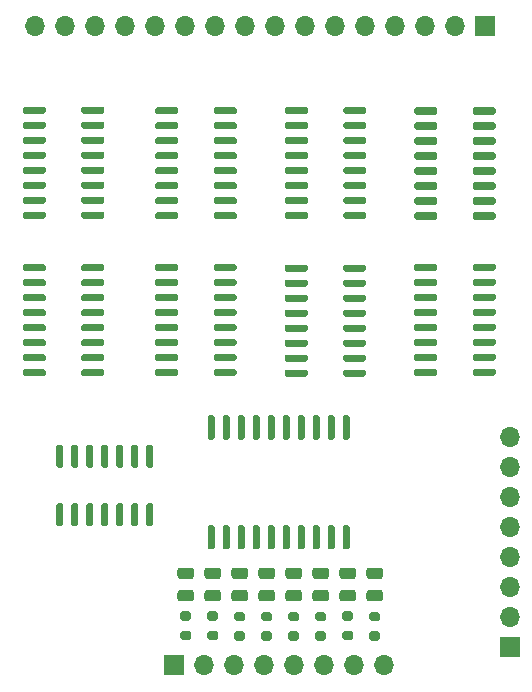
<source format=gbr>
%TF.GenerationSoftware,KiCad,Pcbnew,(5.1.10-1-10_14)*%
%TF.CreationDate,2021-09-23T00:24:02-04:00*%
%TF.ProjectId,BITWISE,42495457-4953-4452-9e6b-696361645f70,rev?*%
%TF.SameCoordinates,Original*%
%TF.FileFunction,Soldermask,Top*%
%TF.FilePolarity,Negative*%
%FSLAX46Y46*%
G04 Gerber Fmt 4.6, Leading zero omitted, Abs format (unit mm)*
G04 Created by KiCad (PCBNEW (5.1.10-1-10_14)) date 2021-09-23 00:24:02*
%MOMM*%
%LPD*%
G01*
G04 APERTURE LIST*
%ADD10O,1.700000X1.700000*%
%ADD11R,1.700000X1.700000*%
G04 APERTURE END LIST*
%TO.C,U18*%
G36*
G01*
X155171000Y-115639000D02*
X155471000Y-115639000D01*
G75*
G02*
X155621000Y-115789000I0J-150000D01*
G01*
X155621000Y-117539000D01*
G75*
G02*
X155471000Y-117689000I-150000J0D01*
G01*
X155171000Y-117689000D01*
G75*
G02*
X155021000Y-117539000I0J150000D01*
G01*
X155021000Y-115789000D01*
G75*
G02*
X155171000Y-115639000I150000J0D01*
G01*
G37*
G36*
G01*
X153901000Y-115639000D02*
X154201000Y-115639000D01*
G75*
G02*
X154351000Y-115789000I0J-150000D01*
G01*
X154351000Y-117539000D01*
G75*
G02*
X154201000Y-117689000I-150000J0D01*
G01*
X153901000Y-117689000D01*
G75*
G02*
X153751000Y-117539000I0J150000D01*
G01*
X153751000Y-115789000D01*
G75*
G02*
X153901000Y-115639000I150000J0D01*
G01*
G37*
G36*
G01*
X152631000Y-115639000D02*
X152931000Y-115639000D01*
G75*
G02*
X153081000Y-115789000I0J-150000D01*
G01*
X153081000Y-117539000D01*
G75*
G02*
X152931000Y-117689000I-150000J0D01*
G01*
X152631000Y-117689000D01*
G75*
G02*
X152481000Y-117539000I0J150000D01*
G01*
X152481000Y-115789000D01*
G75*
G02*
X152631000Y-115639000I150000J0D01*
G01*
G37*
G36*
G01*
X151361000Y-115639000D02*
X151661000Y-115639000D01*
G75*
G02*
X151811000Y-115789000I0J-150000D01*
G01*
X151811000Y-117539000D01*
G75*
G02*
X151661000Y-117689000I-150000J0D01*
G01*
X151361000Y-117689000D01*
G75*
G02*
X151211000Y-117539000I0J150000D01*
G01*
X151211000Y-115789000D01*
G75*
G02*
X151361000Y-115639000I150000J0D01*
G01*
G37*
G36*
G01*
X150091000Y-115639000D02*
X150391000Y-115639000D01*
G75*
G02*
X150541000Y-115789000I0J-150000D01*
G01*
X150541000Y-117539000D01*
G75*
G02*
X150391000Y-117689000I-150000J0D01*
G01*
X150091000Y-117689000D01*
G75*
G02*
X149941000Y-117539000I0J150000D01*
G01*
X149941000Y-115789000D01*
G75*
G02*
X150091000Y-115639000I150000J0D01*
G01*
G37*
G36*
G01*
X148821000Y-115639000D02*
X149121000Y-115639000D01*
G75*
G02*
X149271000Y-115789000I0J-150000D01*
G01*
X149271000Y-117539000D01*
G75*
G02*
X149121000Y-117689000I-150000J0D01*
G01*
X148821000Y-117689000D01*
G75*
G02*
X148671000Y-117539000I0J150000D01*
G01*
X148671000Y-115789000D01*
G75*
G02*
X148821000Y-115639000I150000J0D01*
G01*
G37*
G36*
G01*
X147551000Y-115639000D02*
X147851000Y-115639000D01*
G75*
G02*
X148001000Y-115789000I0J-150000D01*
G01*
X148001000Y-117539000D01*
G75*
G02*
X147851000Y-117689000I-150000J0D01*
G01*
X147551000Y-117689000D01*
G75*
G02*
X147401000Y-117539000I0J150000D01*
G01*
X147401000Y-115789000D01*
G75*
G02*
X147551000Y-115639000I150000J0D01*
G01*
G37*
G36*
G01*
X146281000Y-115639000D02*
X146581000Y-115639000D01*
G75*
G02*
X146731000Y-115789000I0J-150000D01*
G01*
X146731000Y-117539000D01*
G75*
G02*
X146581000Y-117689000I-150000J0D01*
G01*
X146281000Y-117689000D01*
G75*
G02*
X146131000Y-117539000I0J150000D01*
G01*
X146131000Y-115789000D01*
G75*
G02*
X146281000Y-115639000I150000J0D01*
G01*
G37*
G36*
G01*
X145011000Y-115639000D02*
X145311000Y-115639000D01*
G75*
G02*
X145461000Y-115789000I0J-150000D01*
G01*
X145461000Y-117539000D01*
G75*
G02*
X145311000Y-117689000I-150000J0D01*
G01*
X145011000Y-117689000D01*
G75*
G02*
X144861000Y-117539000I0J150000D01*
G01*
X144861000Y-115789000D01*
G75*
G02*
X145011000Y-115639000I150000J0D01*
G01*
G37*
G36*
G01*
X143741000Y-115639000D02*
X144041000Y-115639000D01*
G75*
G02*
X144191000Y-115789000I0J-150000D01*
G01*
X144191000Y-117539000D01*
G75*
G02*
X144041000Y-117689000I-150000J0D01*
G01*
X143741000Y-117689000D01*
G75*
G02*
X143591000Y-117539000I0J150000D01*
G01*
X143591000Y-115789000D01*
G75*
G02*
X143741000Y-115639000I150000J0D01*
G01*
G37*
G36*
G01*
X143741000Y-106339000D02*
X144041000Y-106339000D01*
G75*
G02*
X144191000Y-106489000I0J-150000D01*
G01*
X144191000Y-108239000D01*
G75*
G02*
X144041000Y-108389000I-150000J0D01*
G01*
X143741000Y-108389000D01*
G75*
G02*
X143591000Y-108239000I0J150000D01*
G01*
X143591000Y-106489000D01*
G75*
G02*
X143741000Y-106339000I150000J0D01*
G01*
G37*
G36*
G01*
X145011000Y-106339000D02*
X145311000Y-106339000D01*
G75*
G02*
X145461000Y-106489000I0J-150000D01*
G01*
X145461000Y-108239000D01*
G75*
G02*
X145311000Y-108389000I-150000J0D01*
G01*
X145011000Y-108389000D01*
G75*
G02*
X144861000Y-108239000I0J150000D01*
G01*
X144861000Y-106489000D01*
G75*
G02*
X145011000Y-106339000I150000J0D01*
G01*
G37*
G36*
G01*
X146281000Y-106339000D02*
X146581000Y-106339000D01*
G75*
G02*
X146731000Y-106489000I0J-150000D01*
G01*
X146731000Y-108239000D01*
G75*
G02*
X146581000Y-108389000I-150000J0D01*
G01*
X146281000Y-108389000D01*
G75*
G02*
X146131000Y-108239000I0J150000D01*
G01*
X146131000Y-106489000D01*
G75*
G02*
X146281000Y-106339000I150000J0D01*
G01*
G37*
G36*
G01*
X147551000Y-106339000D02*
X147851000Y-106339000D01*
G75*
G02*
X148001000Y-106489000I0J-150000D01*
G01*
X148001000Y-108239000D01*
G75*
G02*
X147851000Y-108389000I-150000J0D01*
G01*
X147551000Y-108389000D01*
G75*
G02*
X147401000Y-108239000I0J150000D01*
G01*
X147401000Y-106489000D01*
G75*
G02*
X147551000Y-106339000I150000J0D01*
G01*
G37*
G36*
G01*
X148821000Y-106339000D02*
X149121000Y-106339000D01*
G75*
G02*
X149271000Y-106489000I0J-150000D01*
G01*
X149271000Y-108239000D01*
G75*
G02*
X149121000Y-108389000I-150000J0D01*
G01*
X148821000Y-108389000D01*
G75*
G02*
X148671000Y-108239000I0J150000D01*
G01*
X148671000Y-106489000D01*
G75*
G02*
X148821000Y-106339000I150000J0D01*
G01*
G37*
G36*
G01*
X150091000Y-106339000D02*
X150391000Y-106339000D01*
G75*
G02*
X150541000Y-106489000I0J-150000D01*
G01*
X150541000Y-108239000D01*
G75*
G02*
X150391000Y-108389000I-150000J0D01*
G01*
X150091000Y-108389000D01*
G75*
G02*
X149941000Y-108239000I0J150000D01*
G01*
X149941000Y-106489000D01*
G75*
G02*
X150091000Y-106339000I150000J0D01*
G01*
G37*
G36*
G01*
X151361000Y-106339000D02*
X151661000Y-106339000D01*
G75*
G02*
X151811000Y-106489000I0J-150000D01*
G01*
X151811000Y-108239000D01*
G75*
G02*
X151661000Y-108389000I-150000J0D01*
G01*
X151361000Y-108389000D01*
G75*
G02*
X151211000Y-108239000I0J150000D01*
G01*
X151211000Y-106489000D01*
G75*
G02*
X151361000Y-106339000I150000J0D01*
G01*
G37*
G36*
G01*
X152631000Y-106339000D02*
X152931000Y-106339000D01*
G75*
G02*
X153081000Y-106489000I0J-150000D01*
G01*
X153081000Y-108239000D01*
G75*
G02*
X152931000Y-108389000I-150000J0D01*
G01*
X152631000Y-108389000D01*
G75*
G02*
X152481000Y-108239000I0J150000D01*
G01*
X152481000Y-106489000D01*
G75*
G02*
X152631000Y-106339000I150000J0D01*
G01*
G37*
G36*
G01*
X153901000Y-106339000D02*
X154201000Y-106339000D01*
G75*
G02*
X154351000Y-106489000I0J-150000D01*
G01*
X154351000Y-108239000D01*
G75*
G02*
X154201000Y-108389000I-150000J0D01*
G01*
X153901000Y-108389000D01*
G75*
G02*
X153751000Y-108239000I0J150000D01*
G01*
X153751000Y-106489000D01*
G75*
G02*
X153901000Y-106339000I150000J0D01*
G01*
G37*
G36*
G01*
X155171000Y-106339000D02*
X155471000Y-106339000D01*
G75*
G02*
X155621000Y-106489000I0J-150000D01*
G01*
X155621000Y-108239000D01*
G75*
G02*
X155471000Y-108389000I-150000J0D01*
G01*
X155171000Y-108389000D01*
G75*
G02*
X155021000Y-108239000I0J150000D01*
G01*
X155021000Y-106489000D01*
G75*
G02*
X155171000Y-106339000I150000J0D01*
G01*
G37*
%TD*%
%TO.C,U17*%
G36*
G01*
X131214000Y-110768000D02*
X130914000Y-110768000D01*
G75*
G02*
X130764000Y-110618000I0J150000D01*
G01*
X130764000Y-108968000D01*
G75*
G02*
X130914000Y-108818000I150000J0D01*
G01*
X131214000Y-108818000D01*
G75*
G02*
X131364000Y-108968000I0J-150000D01*
G01*
X131364000Y-110618000D01*
G75*
G02*
X131214000Y-110768000I-150000J0D01*
G01*
G37*
G36*
G01*
X132484000Y-110768000D02*
X132184000Y-110768000D01*
G75*
G02*
X132034000Y-110618000I0J150000D01*
G01*
X132034000Y-108968000D01*
G75*
G02*
X132184000Y-108818000I150000J0D01*
G01*
X132484000Y-108818000D01*
G75*
G02*
X132634000Y-108968000I0J-150000D01*
G01*
X132634000Y-110618000D01*
G75*
G02*
X132484000Y-110768000I-150000J0D01*
G01*
G37*
G36*
G01*
X133754000Y-110768000D02*
X133454000Y-110768000D01*
G75*
G02*
X133304000Y-110618000I0J150000D01*
G01*
X133304000Y-108968000D01*
G75*
G02*
X133454000Y-108818000I150000J0D01*
G01*
X133754000Y-108818000D01*
G75*
G02*
X133904000Y-108968000I0J-150000D01*
G01*
X133904000Y-110618000D01*
G75*
G02*
X133754000Y-110768000I-150000J0D01*
G01*
G37*
G36*
G01*
X135024000Y-110768000D02*
X134724000Y-110768000D01*
G75*
G02*
X134574000Y-110618000I0J150000D01*
G01*
X134574000Y-108968000D01*
G75*
G02*
X134724000Y-108818000I150000J0D01*
G01*
X135024000Y-108818000D01*
G75*
G02*
X135174000Y-108968000I0J-150000D01*
G01*
X135174000Y-110618000D01*
G75*
G02*
X135024000Y-110768000I-150000J0D01*
G01*
G37*
G36*
G01*
X136294000Y-110768000D02*
X135994000Y-110768000D01*
G75*
G02*
X135844000Y-110618000I0J150000D01*
G01*
X135844000Y-108968000D01*
G75*
G02*
X135994000Y-108818000I150000J0D01*
G01*
X136294000Y-108818000D01*
G75*
G02*
X136444000Y-108968000I0J-150000D01*
G01*
X136444000Y-110618000D01*
G75*
G02*
X136294000Y-110768000I-150000J0D01*
G01*
G37*
G36*
G01*
X137564000Y-110768000D02*
X137264000Y-110768000D01*
G75*
G02*
X137114000Y-110618000I0J150000D01*
G01*
X137114000Y-108968000D01*
G75*
G02*
X137264000Y-108818000I150000J0D01*
G01*
X137564000Y-108818000D01*
G75*
G02*
X137714000Y-108968000I0J-150000D01*
G01*
X137714000Y-110618000D01*
G75*
G02*
X137564000Y-110768000I-150000J0D01*
G01*
G37*
G36*
G01*
X138834000Y-110768000D02*
X138534000Y-110768000D01*
G75*
G02*
X138384000Y-110618000I0J150000D01*
G01*
X138384000Y-108968000D01*
G75*
G02*
X138534000Y-108818000I150000J0D01*
G01*
X138834000Y-108818000D01*
G75*
G02*
X138984000Y-108968000I0J-150000D01*
G01*
X138984000Y-110618000D01*
G75*
G02*
X138834000Y-110768000I-150000J0D01*
G01*
G37*
G36*
G01*
X138834000Y-115718000D02*
X138534000Y-115718000D01*
G75*
G02*
X138384000Y-115568000I0J150000D01*
G01*
X138384000Y-113918000D01*
G75*
G02*
X138534000Y-113768000I150000J0D01*
G01*
X138834000Y-113768000D01*
G75*
G02*
X138984000Y-113918000I0J-150000D01*
G01*
X138984000Y-115568000D01*
G75*
G02*
X138834000Y-115718000I-150000J0D01*
G01*
G37*
G36*
G01*
X137564000Y-115718000D02*
X137264000Y-115718000D01*
G75*
G02*
X137114000Y-115568000I0J150000D01*
G01*
X137114000Y-113918000D01*
G75*
G02*
X137264000Y-113768000I150000J0D01*
G01*
X137564000Y-113768000D01*
G75*
G02*
X137714000Y-113918000I0J-150000D01*
G01*
X137714000Y-115568000D01*
G75*
G02*
X137564000Y-115718000I-150000J0D01*
G01*
G37*
G36*
G01*
X136294000Y-115718000D02*
X135994000Y-115718000D01*
G75*
G02*
X135844000Y-115568000I0J150000D01*
G01*
X135844000Y-113918000D01*
G75*
G02*
X135994000Y-113768000I150000J0D01*
G01*
X136294000Y-113768000D01*
G75*
G02*
X136444000Y-113918000I0J-150000D01*
G01*
X136444000Y-115568000D01*
G75*
G02*
X136294000Y-115718000I-150000J0D01*
G01*
G37*
G36*
G01*
X135024000Y-115718000D02*
X134724000Y-115718000D01*
G75*
G02*
X134574000Y-115568000I0J150000D01*
G01*
X134574000Y-113918000D01*
G75*
G02*
X134724000Y-113768000I150000J0D01*
G01*
X135024000Y-113768000D01*
G75*
G02*
X135174000Y-113918000I0J-150000D01*
G01*
X135174000Y-115568000D01*
G75*
G02*
X135024000Y-115718000I-150000J0D01*
G01*
G37*
G36*
G01*
X133754000Y-115718000D02*
X133454000Y-115718000D01*
G75*
G02*
X133304000Y-115568000I0J150000D01*
G01*
X133304000Y-113918000D01*
G75*
G02*
X133454000Y-113768000I150000J0D01*
G01*
X133754000Y-113768000D01*
G75*
G02*
X133904000Y-113918000I0J-150000D01*
G01*
X133904000Y-115568000D01*
G75*
G02*
X133754000Y-115718000I-150000J0D01*
G01*
G37*
G36*
G01*
X132484000Y-115718000D02*
X132184000Y-115718000D01*
G75*
G02*
X132034000Y-115568000I0J150000D01*
G01*
X132034000Y-113918000D01*
G75*
G02*
X132184000Y-113768000I150000J0D01*
G01*
X132484000Y-113768000D01*
G75*
G02*
X132634000Y-113918000I0J-150000D01*
G01*
X132634000Y-115568000D01*
G75*
G02*
X132484000Y-115718000I-150000J0D01*
G01*
G37*
G36*
G01*
X131214000Y-115718000D02*
X130914000Y-115718000D01*
G75*
G02*
X130764000Y-115568000I0J150000D01*
G01*
X130764000Y-113918000D01*
G75*
G02*
X130914000Y-113768000I150000J0D01*
G01*
X131214000Y-113768000D01*
G75*
G02*
X131364000Y-113918000I0J-150000D01*
G01*
X131364000Y-115568000D01*
G75*
G02*
X131214000Y-115718000I-150000J0D01*
G01*
G37*
%TD*%
D10*
%TO.C,J4*%
X169164000Y-108204000D03*
X169164000Y-110744000D03*
X169164000Y-113284000D03*
X169164000Y-115824000D03*
X169164000Y-118364000D03*
X169164000Y-120904000D03*
X169164000Y-123444000D03*
D11*
X169164000Y-125984000D03*
%TD*%
%TO.C,U16*%
G36*
G01*
X141457000Y-124568000D02*
X142007000Y-124568000D01*
G75*
G02*
X142207000Y-124768000I0J-200000D01*
G01*
X142207000Y-125168000D01*
G75*
G02*
X142007000Y-125368000I-200000J0D01*
G01*
X141457000Y-125368000D01*
G75*
G02*
X141257000Y-125168000I0J200000D01*
G01*
X141257000Y-124768000D01*
G75*
G02*
X141457000Y-124568000I200000J0D01*
G01*
G37*
G36*
G01*
X141457000Y-122918000D02*
X142007000Y-122918000D01*
G75*
G02*
X142207000Y-123118000I0J-200000D01*
G01*
X142207000Y-123518000D01*
G75*
G02*
X142007000Y-123718000I-200000J0D01*
G01*
X141457000Y-123718000D01*
G75*
G02*
X141257000Y-123518000I0J200000D01*
G01*
X141257000Y-123118000D01*
G75*
G02*
X141457000Y-122918000I200000J0D01*
G01*
G37*
%TD*%
%TO.C,U15*%
G36*
G01*
X143743000Y-124568000D02*
X144293000Y-124568000D01*
G75*
G02*
X144493000Y-124768000I0J-200000D01*
G01*
X144493000Y-125168000D01*
G75*
G02*
X144293000Y-125368000I-200000J0D01*
G01*
X143743000Y-125368000D01*
G75*
G02*
X143543000Y-125168000I0J200000D01*
G01*
X143543000Y-124768000D01*
G75*
G02*
X143743000Y-124568000I200000J0D01*
G01*
G37*
G36*
G01*
X143743000Y-122918000D02*
X144293000Y-122918000D01*
G75*
G02*
X144493000Y-123118000I0J-200000D01*
G01*
X144493000Y-123518000D01*
G75*
G02*
X144293000Y-123718000I-200000J0D01*
G01*
X143743000Y-123718000D01*
G75*
G02*
X143543000Y-123518000I0J200000D01*
G01*
X143543000Y-123118000D01*
G75*
G02*
X143743000Y-122918000I200000J0D01*
G01*
G37*
%TD*%
%TO.C,U14*%
G36*
G01*
X146029000Y-124631000D02*
X146579000Y-124631000D01*
G75*
G02*
X146779000Y-124831000I0J-200000D01*
G01*
X146779000Y-125231000D01*
G75*
G02*
X146579000Y-125431000I-200000J0D01*
G01*
X146029000Y-125431000D01*
G75*
G02*
X145829000Y-125231000I0J200000D01*
G01*
X145829000Y-124831000D01*
G75*
G02*
X146029000Y-124631000I200000J0D01*
G01*
G37*
G36*
G01*
X146029000Y-122981000D02*
X146579000Y-122981000D01*
G75*
G02*
X146779000Y-123181000I0J-200000D01*
G01*
X146779000Y-123581000D01*
G75*
G02*
X146579000Y-123781000I-200000J0D01*
G01*
X146029000Y-123781000D01*
G75*
G02*
X145829000Y-123581000I0J200000D01*
G01*
X145829000Y-123181000D01*
G75*
G02*
X146029000Y-122981000I200000J0D01*
G01*
G37*
%TD*%
%TO.C,U13*%
G36*
G01*
X148315000Y-124631000D02*
X148865000Y-124631000D01*
G75*
G02*
X149065000Y-124831000I0J-200000D01*
G01*
X149065000Y-125231000D01*
G75*
G02*
X148865000Y-125431000I-200000J0D01*
G01*
X148315000Y-125431000D01*
G75*
G02*
X148115000Y-125231000I0J200000D01*
G01*
X148115000Y-124831000D01*
G75*
G02*
X148315000Y-124631000I200000J0D01*
G01*
G37*
G36*
G01*
X148315000Y-122981000D02*
X148865000Y-122981000D01*
G75*
G02*
X149065000Y-123181000I0J-200000D01*
G01*
X149065000Y-123581000D01*
G75*
G02*
X148865000Y-123781000I-200000J0D01*
G01*
X148315000Y-123781000D01*
G75*
G02*
X148115000Y-123581000I0J200000D01*
G01*
X148115000Y-123181000D01*
G75*
G02*
X148315000Y-122981000I200000J0D01*
G01*
G37*
%TD*%
%TO.C,U12*%
G36*
G01*
X150601000Y-124631000D02*
X151151000Y-124631000D01*
G75*
G02*
X151351000Y-124831000I0J-200000D01*
G01*
X151351000Y-125231000D01*
G75*
G02*
X151151000Y-125431000I-200000J0D01*
G01*
X150601000Y-125431000D01*
G75*
G02*
X150401000Y-125231000I0J200000D01*
G01*
X150401000Y-124831000D01*
G75*
G02*
X150601000Y-124631000I200000J0D01*
G01*
G37*
G36*
G01*
X150601000Y-122981000D02*
X151151000Y-122981000D01*
G75*
G02*
X151351000Y-123181000I0J-200000D01*
G01*
X151351000Y-123581000D01*
G75*
G02*
X151151000Y-123781000I-200000J0D01*
G01*
X150601000Y-123781000D01*
G75*
G02*
X150401000Y-123581000I0J200000D01*
G01*
X150401000Y-123181000D01*
G75*
G02*
X150601000Y-122981000I200000J0D01*
G01*
G37*
%TD*%
%TO.C,U11*%
G36*
G01*
X152887000Y-124631000D02*
X153437000Y-124631000D01*
G75*
G02*
X153637000Y-124831000I0J-200000D01*
G01*
X153637000Y-125231000D01*
G75*
G02*
X153437000Y-125431000I-200000J0D01*
G01*
X152887000Y-125431000D01*
G75*
G02*
X152687000Y-125231000I0J200000D01*
G01*
X152687000Y-124831000D01*
G75*
G02*
X152887000Y-124631000I200000J0D01*
G01*
G37*
G36*
G01*
X152887000Y-122981000D02*
X153437000Y-122981000D01*
G75*
G02*
X153637000Y-123181000I0J-200000D01*
G01*
X153637000Y-123581000D01*
G75*
G02*
X153437000Y-123781000I-200000J0D01*
G01*
X152887000Y-123781000D01*
G75*
G02*
X152687000Y-123581000I0J200000D01*
G01*
X152687000Y-123181000D01*
G75*
G02*
X152887000Y-122981000I200000J0D01*
G01*
G37*
%TD*%
%TO.C,U10*%
G36*
G01*
X155173000Y-124568000D02*
X155723000Y-124568000D01*
G75*
G02*
X155923000Y-124768000I0J-200000D01*
G01*
X155923000Y-125168000D01*
G75*
G02*
X155723000Y-125368000I-200000J0D01*
G01*
X155173000Y-125368000D01*
G75*
G02*
X154973000Y-125168000I0J200000D01*
G01*
X154973000Y-124768000D01*
G75*
G02*
X155173000Y-124568000I200000J0D01*
G01*
G37*
G36*
G01*
X155173000Y-122918000D02*
X155723000Y-122918000D01*
G75*
G02*
X155923000Y-123118000I0J-200000D01*
G01*
X155923000Y-123518000D01*
G75*
G02*
X155723000Y-123718000I-200000J0D01*
G01*
X155173000Y-123718000D01*
G75*
G02*
X154973000Y-123518000I0J200000D01*
G01*
X154973000Y-123118000D01*
G75*
G02*
X155173000Y-122918000I200000J0D01*
G01*
G37*
%TD*%
%TO.C,U9*%
G36*
G01*
X157459000Y-124631000D02*
X158009000Y-124631000D01*
G75*
G02*
X158209000Y-124831000I0J-200000D01*
G01*
X158209000Y-125231000D01*
G75*
G02*
X158009000Y-125431000I-200000J0D01*
G01*
X157459000Y-125431000D01*
G75*
G02*
X157259000Y-125231000I0J200000D01*
G01*
X157259000Y-124831000D01*
G75*
G02*
X157459000Y-124631000I200000J0D01*
G01*
G37*
G36*
G01*
X157459000Y-122981000D02*
X158009000Y-122981000D01*
G75*
G02*
X158209000Y-123181000I0J-200000D01*
G01*
X158209000Y-123581000D01*
G75*
G02*
X158009000Y-123781000I-200000J0D01*
G01*
X157459000Y-123781000D01*
G75*
G02*
X157259000Y-123581000I0J200000D01*
G01*
X157259000Y-123181000D01*
G75*
G02*
X157459000Y-122981000I200000J0D01*
G01*
G37*
%TD*%
%TO.C,D8*%
G36*
G01*
X142188250Y-120200000D02*
X141275750Y-120200000D01*
G75*
G02*
X141032000Y-119956250I0J243750D01*
G01*
X141032000Y-119468750D01*
G75*
G02*
X141275750Y-119225000I243750J0D01*
G01*
X142188250Y-119225000D01*
G75*
G02*
X142432000Y-119468750I0J-243750D01*
G01*
X142432000Y-119956250D01*
G75*
G02*
X142188250Y-120200000I-243750J0D01*
G01*
G37*
G36*
G01*
X142188250Y-122075000D02*
X141275750Y-122075000D01*
G75*
G02*
X141032000Y-121831250I0J243750D01*
G01*
X141032000Y-121343750D01*
G75*
G02*
X141275750Y-121100000I243750J0D01*
G01*
X142188250Y-121100000D01*
G75*
G02*
X142432000Y-121343750I0J-243750D01*
G01*
X142432000Y-121831250D01*
G75*
G02*
X142188250Y-122075000I-243750J0D01*
G01*
G37*
%TD*%
%TO.C,D7*%
G36*
G01*
X144474250Y-120200000D02*
X143561750Y-120200000D01*
G75*
G02*
X143318000Y-119956250I0J243750D01*
G01*
X143318000Y-119468750D01*
G75*
G02*
X143561750Y-119225000I243750J0D01*
G01*
X144474250Y-119225000D01*
G75*
G02*
X144718000Y-119468750I0J-243750D01*
G01*
X144718000Y-119956250D01*
G75*
G02*
X144474250Y-120200000I-243750J0D01*
G01*
G37*
G36*
G01*
X144474250Y-122075000D02*
X143561750Y-122075000D01*
G75*
G02*
X143318000Y-121831250I0J243750D01*
G01*
X143318000Y-121343750D01*
G75*
G02*
X143561750Y-121100000I243750J0D01*
G01*
X144474250Y-121100000D01*
G75*
G02*
X144718000Y-121343750I0J-243750D01*
G01*
X144718000Y-121831250D01*
G75*
G02*
X144474250Y-122075000I-243750J0D01*
G01*
G37*
%TD*%
%TO.C,D6*%
G36*
G01*
X146760250Y-120200000D02*
X145847750Y-120200000D01*
G75*
G02*
X145604000Y-119956250I0J243750D01*
G01*
X145604000Y-119468750D01*
G75*
G02*
X145847750Y-119225000I243750J0D01*
G01*
X146760250Y-119225000D01*
G75*
G02*
X147004000Y-119468750I0J-243750D01*
G01*
X147004000Y-119956250D01*
G75*
G02*
X146760250Y-120200000I-243750J0D01*
G01*
G37*
G36*
G01*
X146760250Y-122075000D02*
X145847750Y-122075000D01*
G75*
G02*
X145604000Y-121831250I0J243750D01*
G01*
X145604000Y-121343750D01*
G75*
G02*
X145847750Y-121100000I243750J0D01*
G01*
X146760250Y-121100000D01*
G75*
G02*
X147004000Y-121343750I0J-243750D01*
G01*
X147004000Y-121831250D01*
G75*
G02*
X146760250Y-122075000I-243750J0D01*
G01*
G37*
%TD*%
%TO.C,D5*%
G36*
G01*
X149046250Y-120200000D02*
X148133750Y-120200000D01*
G75*
G02*
X147890000Y-119956250I0J243750D01*
G01*
X147890000Y-119468750D01*
G75*
G02*
X148133750Y-119225000I243750J0D01*
G01*
X149046250Y-119225000D01*
G75*
G02*
X149290000Y-119468750I0J-243750D01*
G01*
X149290000Y-119956250D01*
G75*
G02*
X149046250Y-120200000I-243750J0D01*
G01*
G37*
G36*
G01*
X149046250Y-122075000D02*
X148133750Y-122075000D01*
G75*
G02*
X147890000Y-121831250I0J243750D01*
G01*
X147890000Y-121343750D01*
G75*
G02*
X148133750Y-121100000I243750J0D01*
G01*
X149046250Y-121100000D01*
G75*
G02*
X149290000Y-121343750I0J-243750D01*
G01*
X149290000Y-121831250D01*
G75*
G02*
X149046250Y-122075000I-243750J0D01*
G01*
G37*
%TD*%
%TO.C,D4*%
G36*
G01*
X151332250Y-120200000D02*
X150419750Y-120200000D01*
G75*
G02*
X150176000Y-119956250I0J243750D01*
G01*
X150176000Y-119468750D01*
G75*
G02*
X150419750Y-119225000I243750J0D01*
G01*
X151332250Y-119225000D01*
G75*
G02*
X151576000Y-119468750I0J-243750D01*
G01*
X151576000Y-119956250D01*
G75*
G02*
X151332250Y-120200000I-243750J0D01*
G01*
G37*
G36*
G01*
X151332250Y-122075000D02*
X150419750Y-122075000D01*
G75*
G02*
X150176000Y-121831250I0J243750D01*
G01*
X150176000Y-121343750D01*
G75*
G02*
X150419750Y-121100000I243750J0D01*
G01*
X151332250Y-121100000D01*
G75*
G02*
X151576000Y-121343750I0J-243750D01*
G01*
X151576000Y-121831250D01*
G75*
G02*
X151332250Y-122075000I-243750J0D01*
G01*
G37*
%TD*%
%TO.C,D3*%
G36*
G01*
X153618250Y-120200000D02*
X152705750Y-120200000D01*
G75*
G02*
X152462000Y-119956250I0J243750D01*
G01*
X152462000Y-119468750D01*
G75*
G02*
X152705750Y-119225000I243750J0D01*
G01*
X153618250Y-119225000D01*
G75*
G02*
X153862000Y-119468750I0J-243750D01*
G01*
X153862000Y-119956250D01*
G75*
G02*
X153618250Y-120200000I-243750J0D01*
G01*
G37*
G36*
G01*
X153618250Y-122075000D02*
X152705750Y-122075000D01*
G75*
G02*
X152462000Y-121831250I0J243750D01*
G01*
X152462000Y-121343750D01*
G75*
G02*
X152705750Y-121100000I243750J0D01*
G01*
X153618250Y-121100000D01*
G75*
G02*
X153862000Y-121343750I0J-243750D01*
G01*
X153862000Y-121831250D01*
G75*
G02*
X153618250Y-122075000I-243750J0D01*
G01*
G37*
%TD*%
%TO.C,D2*%
G36*
G01*
X155904250Y-120200000D02*
X154991750Y-120200000D01*
G75*
G02*
X154748000Y-119956250I0J243750D01*
G01*
X154748000Y-119468750D01*
G75*
G02*
X154991750Y-119225000I243750J0D01*
G01*
X155904250Y-119225000D01*
G75*
G02*
X156148000Y-119468750I0J-243750D01*
G01*
X156148000Y-119956250D01*
G75*
G02*
X155904250Y-120200000I-243750J0D01*
G01*
G37*
G36*
G01*
X155904250Y-122075000D02*
X154991750Y-122075000D01*
G75*
G02*
X154748000Y-121831250I0J243750D01*
G01*
X154748000Y-121343750D01*
G75*
G02*
X154991750Y-121100000I243750J0D01*
G01*
X155904250Y-121100000D01*
G75*
G02*
X156148000Y-121343750I0J-243750D01*
G01*
X156148000Y-121831250D01*
G75*
G02*
X155904250Y-122075000I-243750J0D01*
G01*
G37*
%TD*%
%TO.C,D1*%
G36*
G01*
X158190250Y-120200000D02*
X157277750Y-120200000D01*
G75*
G02*
X157034000Y-119956250I0J243750D01*
G01*
X157034000Y-119468750D01*
G75*
G02*
X157277750Y-119225000I243750J0D01*
G01*
X158190250Y-119225000D01*
G75*
G02*
X158434000Y-119468750I0J-243750D01*
G01*
X158434000Y-119956250D01*
G75*
G02*
X158190250Y-120200000I-243750J0D01*
G01*
G37*
G36*
G01*
X158190250Y-122075000D02*
X157277750Y-122075000D01*
G75*
G02*
X157034000Y-121831250I0J243750D01*
G01*
X157034000Y-121343750D01*
G75*
G02*
X157277750Y-121100000I243750J0D01*
G01*
X158190250Y-121100000D01*
G75*
G02*
X158434000Y-121343750I0J-243750D01*
G01*
X158434000Y-121831250D01*
G75*
G02*
X158190250Y-122075000I-243750J0D01*
G01*
G37*
%TD*%
D10*
%TO.C,J1*%
X128958000Y-73376000D03*
X131498000Y-73376000D03*
X134038000Y-73376000D03*
X136578000Y-73376000D03*
X139118000Y-73376000D03*
X141658000Y-73376000D03*
X144198000Y-73376000D03*
X146738000Y-73376000D03*
X149278000Y-73376000D03*
X151818000Y-73376000D03*
X154358000Y-73376000D03*
X156898000Y-73376000D03*
X159438000Y-73376000D03*
X161978000Y-73376000D03*
X164518000Y-73376000D03*
D11*
X167058000Y-73376000D03*
%TD*%
D10*
%TO.C,J3*%
X158496000Y-127508000D03*
X155956000Y-127508000D03*
X153416000Y-127508000D03*
X150876000Y-127508000D03*
X148336000Y-127508000D03*
X145796000Y-127508000D03*
X143256000Y-127508000D03*
D11*
X140716000Y-127508000D03*
%TD*%
%TO.C,U8*%
G36*
G01*
X166014000Y-93944428D02*
X166014000Y-93644428D01*
G75*
G02*
X166164000Y-93494428I150000J0D01*
G01*
X167814000Y-93494428D01*
G75*
G02*
X167964000Y-93644428I0J-150000D01*
G01*
X167964000Y-93944428D01*
G75*
G02*
X167814000Y-94094428I-150000J0D01*
G01*
X166164000Y-94094428D01*
G75*
G02*
X166014000Y-93944428I0J150000D01*
G01*
G37*
G36*
G01*
X166014000Y-95214428D02*
X166014000Y-94914428D01*
G75*
G02*
X166164000Y-94764428I150000J0D01*
G01*
X167814000Y-94764428D01*
G75*
G02*
X167964000Y-94914428I0J-150000D01*
G01*
X167964000Y-95214428D01*
G75*
G02*
X167814000Y-95364428I-150000J0D01*
G01*
X166164000Y-95364428D01*
G75*
G02*
X166014000Y-95214428I0J150000D01*
G01*
G37*
G36*
G01*
X166014000Y-96484428D02*
X166014000Y-96184428D01*
G75*
G02*
X166164000Y-96034428I150000J0D01*
G01*
X167814000Y-96034428D01*
G75*
G02*
X167964000Y-96184428I0J-150000D01*
G01*
X167964000Y-96484428D01*
G75*
G02*
X167814000Y-96634428I-150000J0D01*
G01*
X166164000Y-96634428D01*
G75*
G02*
X166014000Y-96484428I0J150000D01*
G01*
G37*
G36*
G01*
X166014000Y-97754428D02*
X166014000Y-97454428D01*
G75*
G02*
X166164000Y-97304428I150000J0D01*
G01*
X167814000Y-97304428D01*
G75*
G02*
X167964000Y-97454428I0J-150000D01*
G01*
X167964000Y-97754428D01*
G75*
G02*
X167814000Y-97904428I-150000J0D01*
G01*
X166164000Y-97904428D01*
G75*
G02*
X166014000Y-97754428I0J150000D01*
G01*
G37*
G36*
G01*
X166014000Y-99024428D02*
X166014000Y-98724428D01*
G75*
G02*
X166164000Y-98574428I150000J0D01*
G01*
X167814000Y-98574428D01*
G75*
G02*
X167964000Y-98724428I0J-150000D01*
G01*
X167964000Y-99024428D01*
G75*
G02*
X167814000Y-99174428I-150000J0D01*
G01*
X166164000Y-99174428D01*
G75*
G02*
X166014000Y-99024428I0J150000D01*
G01*
G37*
G36*
G01*
X166014000Y-100294428D02*
X166014000Y-99994428D01*
G75*
G02*
X166164000Y-99844428I150000J0D01*
G01*
X167814000Y-99844428D01*
G75*
G02*
X167964000Y-99994428I0J-150000D01*
G01*
X167964000Y-100294428D01*
G75*
G02*
X167814000Y-100444428I-150000J0D01*
G01*
X166164000Y-100444428D01*
G75*
G02*
X166014000Y-100294428I0J150000D01*
G01*
G37*
G36*
G01*
X166014000Y-101564428D02*
X166014000Y-101264428D01*
G75*
G02*
X166164000Y-101114428I150000J0D01*
G01*
X167814000Y-101114428D01*
G75*
G02*
X167964000Y-101264428I0J-150000D01*
G01*
X167964000Y-101564428D01*
G75*
G02*
X167814000Y-101714428I-150000J0D01*
G01*
X166164000Y-101714428D01*
G75*
G02*
X166014000Y-101564428I0J150000D01*
G01*
G37*
G36*
G01*
X166014000Y-102834428D02*
X166014000Y-102534428D01*
G75*
G02*
X166164000Y-102384428I150000J0D01*
G01*
X167814000Y-102384428D01*
G75*
G02*
X167964000Y-102534428I0J-150000D01*
G01*
X167964000Y-102834428D01*
G75*
G02*
X167814000Y-102984428I-150000J0D01*
G01*
X166164000Y-102984428D01*
G75*
G02*
X166014000Y-102834428I0J150000D01*
G01*
G37*
G36*
G01*
X161064000Y-102834428D02*
X161064000Y-102534428D01*
G75*
G02*
X161214000Y-102384428I150000J0D01*
G01*
X162864000Y-102384428D01*
G75*
G02*
X163014000Y-102534428I0J-150000D01*
G01*
X163014000Y-102834428D01*
G75*
G02*
X162864000Y-102984428I-150000J0D01*
G01*
X161214000Y-102984428D01*
G75*
G02*
X161064000Y-102834428I0J150000D01*
G01*
G37*
G36*
G01*
X161064000Y-101564428D02*
X161064000Y-101264428D01*
G75*
G02*
X161214000Y-101114428I150000J0D01*
G01*
X162864000Y-101114428D01*
G75*
G02*
X163014000Y-101264428I0J-150000D01*
G01*
X163014000Y-101564428D01*
G75*
G02*
X162864000Y-101714428I-150000J0D01*
G01*
X161214000Y-101714428D01*
G75*
G02*
X161064000Y-101564428I0J150000D01*
G01*
G37*
G36*
G01*
X161064000Y-100294428D02*
X161064000Y-99994428D01*
G75*
G02*
X161214000Y-99844428I150000J0D01*
G01*
X162864000Y-99844428D01*
G75*
G02*
X163014000Y-99994428I0J-150000D01*
G01*
X163014000Y-100294428D01*
G75*
G02*
X162864000Y-100444428I-150000J0D01*
G01*
X161214000Y-100444428D01*
G75*
G02*
X161064000Y-100294428I0J150000D01*
G01*
G37*
G36*
G01*
X161064000Y-99024428D02*
X161064000Y-98724428D01*
G75*
G02*
X161214000Y-98574428I150000J0D01*
G01*
X162864000Y-98574428D01*
G75*
G02*
X163014000Y-98724428I0J-150000D01*
G01*
X163014000Y-99024428D01*
G75*
G02*
X162864000Y-99174428I-150000J0D01*
G01*
X161214000Y-99174428D01*
G75*
G02*
X161064000Y-99024428I0J150000D01*
G01*
G37*
G36*
G01*
X161064000Y-97754428D02*
X161064000Y-97454428D01*
G75*
G02*
X161214000Y-97304428I150000J0D01*
G01*
X162864000Y-97304428D01*
G75*
G02*
X163014000Y-97454428I0J-150000D01*
G01*
X163014000Y-97754428D01*
G75*
G02*
X162864000Y-97904428I-150000J0D01*
G01*
X161214000Y-97904428D01*
G75*
G02*
X161064000Y-97754428I0J150000D01*
G01*
G37*
G36*
G01*
X161064000Y-96484428D02*
X161064000Y-96184428D01*
G75*
G02*
X161214000Y-96034428I150000J0D01*
G01*
X162864000Y-96034428D01*
G75*
G02*
X163014000Y-96184428I0J-150000D01*
G01*
X163014000Y-96484428D01*
G75*
G02*
X162864000Y-96634428I-150000J0D01*
G01*
X161214000Y-96634428D01*
G75*
G02*
X161064000Y-96484428I0J150000D01*
G01*
G37*
G36*
G01*
X161064000Y-95214428D02*
X161064000Y-94914428D01*
G75*
G02*
X161214000Y-94764428I150000J0D01*
G01*
X162864000Y-94764428D01*
G75*
G02*
X163014000Y-94914428I0J-150000D01*
G01*
X163014000Y-95214428D01*
G75*
G02*
X162864000Y-95364428I-150000J0D01*
G01*
X161214000Y-95364428D01*
G75*
G02*
X161064000Y-95214428I0J150000D01*
G01*
G37*
G36*
G01*
X161064000Y-93944428D02*
X161064000Y-93644428D01*
G75*
G02*
X161214000Y-93494428I150000J0D01*
G01*
X162864000Y-93494428D01*
G75*
G02*
X163014000Y-93644428I0J-150000D01*
G01*
X163014000Y-93944428D01*
G75*
G02*
X162864000Y-94094428I-150000J0D01*
G01*
X161214000Y-94094428D01*
G75*
G02*
X161064000Y-93944428I0J150000D01*
G01*
G37*
%TD*%
%TO.C,U7*%
G36*
G01*
X166035142Y-80713571D02*
X166035142Y-80413571D01*
G75*
G02*
X166185142Y-80263571I150000J0D01*
G01*
X167835142Y-80263571D01*
G75*
G02*
X167985142Y-80413571I0J-150000D01*
G01*
X167985142Y-80713571D01*
G75*
G02*
X167835142Y-80863571I-150000J0D01*
G01*
X166185142Y-80863571D01*
G75*
G02*
X166035142Y-80713571I0J150000D01*
G01*
G37*
G36*
G01*
X166035142Y-81983571D02*
X166035142Y-81683571D01*
G75*
G02*
X166185142Y-81533571I150000J0D01*
G01*
X167835142Y-81533571D01*
G75*
G02*
X167985142Y-81683571I0J-150000D01*
G01*
X167985142Y-81983571D01*
G75*
G02*
X167835142Y-82133571I-150000J0D01*
G01*
X166185142Y-82133571D01*
G75*
G02*
X166035142Y-81983571I0J150000D01*
G01*
G37*
G36*
G01*
X166035142Y-83253571D02*
X166035142Y-82953571D01*
G75*
G02*
X166185142Y-82803571I150000J0D01*
G01*
X167835142Y-82803571D01*
G75*
G02*
X167985142Y-82953571I0J-150000D01*
G01*
X167985142Y-83253571D01*
G75*
G02*
X167835142Y-83403571I-150000J0D01*
G01*
X166185142Y-83403571D01*
G75*
G02*
X166035142Y-83253571I0J150000D01*
G01*
G37*
G36*
G01*
X166035142Y-84523571D02*
X166035142Y-84223571D01*
G75*
G02*
X166185142Y-84073571I150000J0D01*
G01*
X167835142Y-84073571D01*
G75*
G02*
X167985142Y-84223571I0J-150000D01*
G01*
X167985142Y-84523571D01*
G75*
G02*
X167835142Y-84673571I-150000J0D01*
G01*
X166185142Y-84673571D01*
G75*
G02*
X166035142Y-84523571I0J150000D01*
G01*
G37*
G36*
G01*
X166035142Y-85793571D02*
X166035142Y-85493571D01*
G75*
G02*
X166185142Y-85343571I150000J0D01*
G01*
X167835142Y-85343571D01*
G75*
G02*
X167985142Y-85493571I0J-150000D01*
G01*
X167985142Y-85793571D01*
G75*
G02*
X167835142Y-85943571I-150000J0D01*
G01*
X166185142Y-85943571D01*
G75*
G02*
X166035142Y-85793571I0J150000D01*
G01*
G37*
G36*
G01*
X166035142Y-87063571D02*
X166035142Y-86763571D01*
G75*
G02*
X166185142Y-86613571I150000J0D01*
G01*
X167835142Y-86613571D01*
G75*
G02*
X167985142Y-86763571I0J-150000D01*
G01*
X167985142Y-87063571D01*
G75*
G02*
X167835142Y-87213571I-150000J0D01*
G01*
X166185142Y-87213571D01*
G75*
G02*
X166035142Y-87063571I0J150000D01*
G01*
G37*
G36*
G01*
X166035142Y-88333571D02*
X166035142Y-88033571D01*
G75*
G02*
X166185142Y-87883571I150000J0D01*
G01*
X167835142Y-87883571D01*
G75*
G02*
X167985142Y-88033571I0J-150000D01*
G01*
X167985142Y-88333571D01*
G75*
G02*
X167835142Y-88483571I-150000J0D01*
G01*
X166185142Y-88483571D01*
G75*
G02*
X166035142Y-88333571I0J150000D01*
G01*
G37*
G36*
G01*
X166035142Y-89603571D02*
X166035142Y-89303571D01*
G75*
G02*
X166185142Y-89153571I150000J0D01*
G01*
X167835142Y-89153571D01*
G75*
G02*
X167985142Y-89303571I0J-150000D01*
G01*
X167985142Y-89603571D01*
G75*
G02*
X167835142Y-89753571I-150000J0D01*
G01*
X166185142Y-89753571D01*
G75*
G02*
X166035142Y-89603571I0J150000D01*
G01*
G37*
G36*
G01*
X161085142Y-89603571D02*
X161085142Y-89303571D01*
G75*
G02*
X161235142Y-89153571I150000J0D01*
G01*
X162885142Y-89153571D01*
G75*
G02*
X163035142Y-89303571I0J-150000D01*
G01*
X163035142Y-89603571D01*
G75*
G02*
X162885142Y-89753571I-150000J0D01*
G01*
X161235142Y-89753571D01*
G75*
G02*
X161085142Y-89603571I0J150000D01*
G01*
G37*
G36*
G01*
X161085142Y-88333571D02*
X161085142Y-88033571D01*
G75*
G02*
X161235142Y-87883571I150000J0D01*
G01*
X162885142Y-87883571D01*
G75*
G02*
X163035142Y-88033571I0J-150000D01*
G01*
X163035142Y-88333571D01*
G75*
G02*
X162885142Y-88483571I-150000J0D01*
G01*
X161235142Y-88483571D01*
G75*
G02*
X161085142Y-88333571I0J150000D01*
G01*
G37*
G36*
G01*
X161085142Y-87063571D02*
X161085142Y-86763571D01*
G75*
G02*
X161235142Y-86613571I150000J0D01*
G01*
X162885142Y-86613571D01*
G75*
G02*
X163035142Y-86763571I0J-150000D01*
G01*
X163035142Y-87063571D01*
G75*
G02*
X162885142Y-87213571I-150000J0D01*
G01*
X161235142Y-87213571D01*
G75*
G02*
X161085142Y-87063571I0J150000D01*
G01*
G37*
G36*
G01*
X161085142Y-85793571D02*
X161085142Y-85493571D01*
G75*
G02*
X161235142Y-85343571I150000J0D01*
G01*
X162885142Y-85343571D01*
G75*
G02*
X163035142Y-85493571I0J-150000D01*
G01*
X163035142Y-85793571D01*
G75*
G02*
X162885142Y-85943571I-150000J0D01*
G01*
X161235142Y-85943571D01*
G75*
G02*
X161085142Y-85793571I0J150000D01*
G01*
G37*
G36*
G01*
X161085142Y-84523571D02*
X161085142Y-84223571D01*
G75*
G02*
X161235142Y-84073571I150000J0D01*
G01*
X162885142Y-84073571D01*
G75*
G02*
X163035142Y-84223571I0J-150000D01*
G01*
X163035142Y-84523571D01*
G75*
G02*
X162885142Y-84673571I-150000J0D01*
G01*
X161235142Y-84673571D01*
G75*
G02*
X161085142Y-84523571I0J150000D01*
G01*
G37*
G36*
G01*
X161085142Y-83253571D02*
X161085142Y-82953571D01*
G75*
G02*
X161235142Y-82803571I150000J0D01*
G01*
X162885142Y-82803571D01*
G75*
G02*
X163035142Y-82953571I0J-150000D01*
G01*
X163035142Y-83253571D01*
G75*
G02*
X162885142Y-83403571I-150000J0D01*
G01*
X161235142Y-83403571D01*
G75*
G02*
X161085142Y-83253571I0J150000D01*
G01*
G37*
G36*
G01*
X161085142Y-81983571D02*
X161085142Y-81683571D01*
G75*
G02*
X161235142Y-81533571I150000J0D01*
G01*
X162885142Y-81533571D01*
G75*
G02*
X163035142Y-81683571I0J-150000D01*
G01*
X163035142Y-81983571D01*
G75*
G02*
X162885142Y-82133571I-150000J0D01*
G01*
X161235142Y-82133571D01*
G75*
G02*
X161085142Y-81983571I0J150000D01*
G01*
G37*
G36*
G01*
X161085142Y-80713571D02*
X161085142Y-80413571D01*
G75*
G02*
X161235142Y-80263571I150000J0D01*
G01*
X162885142Y-80263571D01*
G75*
G02*
X163035142Y-80413571I0J-150000D01*
G01*
X163035142Y-80713571D01*
G75*
G02*
X162885142Y-80863571I-150000J0D01*
G01*
X161235142Y-80863571D01*
G75*
G02*
X161085142Y-80713571I0J150000D01*
G01*
G37*
%TD*%
%TO.C,U6*%
G36*
G01*
X155054952Y-94012999D02*
X155054952Y-93712999D01*
G75*
G02*
X155204952Y-93562999I150000J0D01*
G01*
X156854952Y-93562999D01*
G75*
G02*
X157004952Y-93712999I0J-150000D01*
G01*
X157004952Y-94012999D01*
G75*
G02*
X156854952Y-94162999I-150000J0D01*
G01*
X155204952Y-94162999D01*
G75*
G02*
X155054952Y-94012999I0J150000D01*
G01*
G37*
G36*
G01*
X155054952Y-95282999D02*
X155054952Y-94982999D01*
G75*
G02*
X155204952Y-94832999I150000J0D01*
G01*
X156854952Y-94832999D01*
G75*
G02*
X157004952Y-94982999I0J-150000D01*
G01*
X157004952Y-95282999D01*
G75*
G02*
X156854952Y-95432999I-150000J0D01*
G01*
X155204952Y-95432999D01*
G75*
G02*
X155054952Y-95282999I0J150000D01*
G01*
G37*
G36*
G01*
X155054952Y-96552999D02*
X155054952Y-96252999D01*
G75*
G02*
X155204952Y-96102999I150000J0D01*
G01*
X156854952Y-96102999D01*
G75*
G02*
X157004952Y-96252999I0J-150000D01*
G01*
X157004952Y-96552999D01*
G75*
G02*
X156854952Y-96702999I-150000J0D01*
G01*
X155204952Y-96702999D01*
G75*
G02*
X155054952Y-96552999I0J150000D01*
G01*
G37*
G36*
G01*
X155054952Y-97822999D02*
X155054952Y-97522999D01*
G75*
G02*
X155204952Y-97372999I150000J0D01*
G01*
X156854952Y-97372999D01*
G75*
G02*
X157004952Y-97522999I0J-150000D01*
G01*
X157004952Y-97822999D01*
G75*
G02*
X156854952Y-97972999I-150000J0D01*
G01*
X155204952Y-97972999D01*
G75*
G02*
X155054952Y-97822999I0J150000D01*
G01*
G37*
G36*
G01*
X155054952Y-99092999D02*
X155054952Y-98792999D01*
G75*
G02*
X155204952Y-98642999I150000J0D01*
G01*
X156854952Y-98642999D01*
G75*
G02*
X157004952Y-98792999I0J-150000D01*
G01*
X157004952Y-99092999D01*
G75*
G02*
X156854952Y-99242999I-150000J0D01*
G01*
X155204952Y-99242999D01*
G75*
G02*
X155054952Y-99092999I0J150000D01*
G01*
G37*
G36*
G01*
X155054952Y-100362999D02*
X155054952Y-100062999D01*
G75*
G02*
X155204952Y-99912999I150000J0D01*
G01*
X156854952Y-99912999D01*
G75*
G02*
X157004952Y-100062999I0J-150000D01*
G01*
X157004952Y-100362999D01*
G75*
G02*
X156854952Y-100512999I-150000J0D01*
G01*
X155204952Y-100512999D01*
G75*
G02*
X155054952Y-100362999I0J150000D01*
G01*
G37*
G36*
G01*
X155054952Y-101632999D02*
X155054952Y-101332999D01*
G75*
G02*
X155204952Y-101182999I150000J0D01*
G01*
X156854952Y-101182999D01*
G75*
G02*
X157004952Y-101332999I0J-150000D01*
G01*
X157004952Y-101632999D01*
G75*
G02*
X156854952Y-101782999I-150000J0D01*
G01*
X155204952Y-101782999D01*
G75*
G02*
X155054952Y-101632999I0J150000D01*
G01*
G37*
G36*
G01*
X155054952Y-102902999D02*
X155054952Y-102602999D01*
G75*
G02*
X155204952Y-102452999I150000J0D01*
G01*
X156854952Y-102452999D01*
G75*
G02*
X157004952Y-102602999I0J-150000D01*
G01*
X157004952Y-102902999D01*
G75*
G02*
X156854952Y-103052999I-150000J0D01*
G01*
X155204952Y-103052999D01*
G75*
G02*
X155054952Y-102902999I0J150000D01*
G01*
G37*
G36*
G01*
X150104952Y-102902999D02*
X150104952Y-102602999D01*
G75*
G02*
X150254952Y-102452999I150000J0D01*
G01*
X151904952Y-102452999D01*
G75*
G02*
X152054952Y-102602999I0J-150000D01*
G01*
X152054952Y-102902999D01*
G75*
G02*
X151904952Y-103052999I-150000J0D01*
G01*
X150254952Y-103052999D01*
G75*
G02*
X150104952Y-102902999I0J150000D01*
G01*
G37*
G36*
G01*
X150104952Y-101632999D02*
X150104952Y-101332999D01*
G75*
G02*
X150254952Y-101182999I150000J0D01*
G01*
X151904952Y-101182999D01*
G75*
G02*
X152054952Y-101332999I0J-150000D01*
G01*
X152054952Y-101632999D01*
G75*
G02*
X151904952Y-101782999I-150000J0D01*
G01*
X150254952Y-101782999D01*
G75*
G02*
X150104952Y-101632999I0J150000D01*
G01*
G37*
G36*
G01*
X150104952Y-100362999D02*
X150104952Y-100062999D01*
G75*
G02*
X150254952Y-99912999I150000J0D01*
G01*
X151904952Y-99912999D01*
G75*
G02*
X152054952Y-100062999I0J-150000D01*
G01*
X152054952Y-100362999D01*
G75*
G02*
X151904952Y-100512999I-150000J0D01*
G01*
X150254952Y-100512999D01*
G75*
G02*
X150104952Y-100362999I0J150000D01*
G01*
G37*
G36*
G01*
X150104952Y-99092999D02*
X150104952Y-98792999D01*
G75*
G02*
X150254952Y-98642999I150000J0D01*
G01*
X151904952Y-98642999D01*
G75*
G02*
X152054952Y-98792999I0J-150000D01*
G01*
X152054952Y-99092999D01*
G75*
G02*
X151904952Y-99242999I-150000J0D01*
G01*
X150254952Y-99242999D01*
G75*
G02*
X150104952Y-99092999I0J150000D01*
G01*
G37*
G36*
G01*
X150104952Y-97822999D02*
X150104952Y-97522999D01*
G75*
G02*
X150254952Y-97372999I150000J0D01*
G01*
X151904952Y-97372999D01*
G75*
G02*
X152054952Y-97522999I0J-150000D01*
G01*
X152054952Y-97822999D01*
G75*
G02*
X151904952Y-97972999I-150000J0D01*
G01*
X150254952Y-97972999D01*
G75*
G02*
X150104952Y-97822999I0J150000D01*
G01*
G37*
G36*
G01*
X150104952Y-96552999D02*
X150104952Y-96252999D01*
G75*
G02*
X150254952Y-96102999I150000J0D01*
G01*
X151904952Y-96102999D01*
G75*
G02*
X152054952Y-96252999I0J-150000D01*
G01*
X152054952Y-96552999D01*
G75*
G02*
X151904952Y-96702999I-150000J0D01*
G01*
X150254952Y-96702999D01*
G75*
G02*
X150104952Y-96552999I0J150000D01*
G01*
G37*
G36*
G01*
X150104952Y-95282999D02*
X150104952Y-94982999D01*
G75*
G02*
X150254952Y-94832999I150000J0D01*
G01*
X151904952Y-94832999D01*
G75*
G02*
X152054952Y-94982999I0J-150000D01*
G01*
X152054952Y-95282999D01*
G75*
G02*
X151904952Y-95432999I-150000J0D01*
G01*
X150254952Y-95432999D01*
G75*
G02*
X150104952Y-95282999I0J150000D01*
G01*
G37*
G36*
G01*
X150104952Y-94012999D02*
X150104952Y-93712999D01*
G75*
G02*
X150254952Y-93562999I150000J0D01*
G01*
X151904952Y-93562999D01*
G75*
G02*
X152054952Y-93712999I0J-150000D01*
G01*
X152054952Y-94012999D01*
G75*
G02*
X151904952Y-94162999I-150000J0D01*
G01*
X150254952Y-94162999D01*
G75*
G02*
X150104952Y-94012999I0J150000D01*
G01*
G37*
%TD*%
%TO.C,U5*%
G36*
G01*
X144095904Y-93967285D02*
X144095904Y-93667285D01*
G75*
G02*
X144245904Y-93517285I150000J0D01*
G01*
X145895904Y-93517285D01*
G75*
G02*
X146045904Y-93667285I0J-150000D01*
G01*
X146045904Y-93967285D01*
G75*
G02*
X145895904Y-94117285I-150000J0D01*
G01*
X144245904Y-94117285D01*
G75*
G02*
X144095904Y-93967285I0J150000D01*
G01*
G37*
G36*
G01*
X144095904Y-95237285D02*
X144095904Y-94937285D01*
G75*
G02*
X144245904Y-94787285I150000J0D01*
G01*
X145895904Y-94787285D01*
G75*
G02*
X146045904Y-94937285I0J-150000D01*
G01*
X146045904Y-95237285D01*
G75*
G02*
X145895904Y-95387285I-150000J0D01*
G01*
X144245904Y-95387285D01*
G75*
G02*
X144095904Y-95237285I0J150000D01*
G01*
G37*
G36*
G01*
X144095904Y-96507285D02*
X144095904Y-96207285D01*
G75*
G02*
X144245904Y-96057285I150000J0D01*
G01*
X145895904Y-96057285D01*
G75*
G02*
X146045904Y-96207285I0J-150000D01*
G01*
X146045904Y-96507285D01*
G75*
G02*
X145895904Y-96657285I-150000J0D01*
G01*
X144245904Y-96657285D01*
G75*
G02*
X144095904Y-96507285I0J150000D01*
G01*
G37*
G36*
G01*
X144095904Y-97777285D02*
X144095904Y-97477285D01*
G75*
G02*
X144245904Y-97327285I150000J0D01*
G01*
X145895904Y-97327285D01*
G75*
G02*
X146045904Y-97477285I0J-150000D01*
G01*
X146045904Y-97777285D01*
G75*
G02*
X145895904Y-97927285I-150000J0D01*
G01*
X144245904Y-97927285D01*
G75*
G02*
X144095904Y-97777285I0J150000D01*
G01*
G37*
G36*
G01*
X144095904Y-99047285D02*
X144095904Y-98747285D01*
G75*
G02*
X144245904Y-98597285I150000J0D01*
G01*
X145895904Y-98597285D01*
G75*
G02*
X146045904Y-98747285I0J-150000D01*
G01*
X146045904Y-99047285D01*
G75*
G02*
X145895904Y-99197285I-150000J0D01*
G01*
X144245904Y-99197285D01*
G75*
G02*
X144095904Y-99047285I0J150000D01*
G01*
G37*
G36*
G01*
X144095904Y-100317285D02*
X144095904Y-100017285D01*
G75*
G02*
X144245904Y-99867285I150000J0D01*
G01*
X145895904Y-99867285D01*
G75*
G02*
X146045904Y-100017285I0J-150000D01*
G01*
X146045904Y-100317285D01*
G75*
G02*
X145895904Y-100467285I-150000J0D01*
G01*
X144245904Y-100467285D01*
G75*
G02*
X144095904Y-100317285I0J150000D01*
G01*
G37*
G36*
G01*
X144095904Y-101587285D02*
X144095904Y-101287285D01*
G75*
G02*
X144245904Y-101137285I150000J0D01*
G01*
X145895904Y-101137285D01*
G75*
G02*
X146045904Y-101287285I0J-150000D01*
G01*
X146045904Y-101587285D01*
G75*
G02*
X145895904Y-101737285I-150000J0D01*
G01*
X144245904Y-101737285D01*
G75*
G02*
X144095904Y-101587285I0J150000D01*
G01*
G37*
G36*
G01*
X144095904Y-102857285D02*
X144095904Y-102557285D01*
G75*
G02*
X144245904Y-102407285I150000J0D01*
G01*
X145895904Y-102407285D01*
G75*
G02*
X146045904Y-102557285I0J-150000D01*
G01*
X146045904Y-102857285D01*
G75*
G02*
X145895904Y-103007285I-150000J0D01*
G01*
X144245904Y-103007285D01*
G75*
G02*
X144095904Y-102857285I0J150000D01*
G01*
G37*
G36*
G01*
X139145904Y-102857285D02*
X139145904Y-102557285D01*
G75*
G02*
X139295904Y-102407285I150000J0D01*
G01*
X140945904Y-102407285D01*
G75*
G02*
X141095904Y-102557285I0J-150000D01*
G01*
X141095904Y-102857285D01*
G75*
G02*
X140945904Y-103007285I-150000J0D01*
G01*
X139295904Y-103007285D01*
G75*
G02*
X139145904Y-102857285I0J150000D01*
G01*
G37*
G36*
G01*
X139145904Y-101587285D02*
X139145904Y-101287285D01*
G75*
G02*
X139295904Y-101137285I150000J0D01*
G01*
X140945904Y-101137285D01*
G75*
G02*
X141095904Y-101287285I0J-150000D01*
G01*
X141095904Y-101587285D01*
G75*
G02*
X140945904Y-101737285I-150000J0D01*
G01*
X139295904Y-101737285D01*
G75*
G02*
X139145904Y-101587285I0J150000D01*
G01*
G37*
G36*
G01*
X139145904Y-100317285D02*
X139145904Y-100017285D01*
G75*
G02*
X139295904Y-99867285I150000J0D01*
G01*
X140945904Y-99867285D01*
G75*
G02*
X141095904Y-100017285I0J-150000D01*
G01*
X141095904Y-100317285D01*
G75*
G02*
X140945904Y-100467285I-150000J0D01*
G01*
X139295904Y-100467285D01*
G75*
G02*
X139145904Y-100317285I0J150000D01*
G01*
G37*
G36*
G01*
X139145904Y-99047285D02*
X139145904Y-98747285D01*
G75*
G02*
X139295904Y-98597285I150000J0D01*
G01*
X140945904Y-98597285D01*
G75*
G02*
X141095904Y-98747285I0J-150000D01*
G01*
X141095904Y-99047285D01*
G75*
G02*
X140945904Y-99197285I-150000J0D01*
G01*
X139295904Y-99197285D01*
G75*
G02*
X139145904Y-99047285I0J150000D01*
G01*
G37*
G36*
G01*
X139145904Y-97777285D02*
X139145904Y-97477285D01*
G75*
G02*
X139295904Y-97327285I150000J0D01*
G01*
X140945904Y-97327285D01*
G75*
G02*
X141095904Y-97477285I0J-150000D01*
G01*
X141095904Y-97777285D01*
G75*
G02*
X140945904Y-97927285I-150000J0D01*
G01*
X139295904Y-97927285D01*
G75*
G02*
X139145904Y-97777285I0J150000D01*
G01*
G37*
G36*
G01*
X139145904Y-96507285D02*
X139145904Y-96207285D01*
G75*
G02*
X139295904Y-96057285I150000J0D01*
G01*
X140945904Y-96057285D01*
G75*
G02*
X141095904Y-96207285I0J-150000D01*
G01*
X141095904Y-96507285D01*
G75*
G02*
X140945904Y-96657285I-150000J0D01*
G01*
X139295904Y-96657285D01*
G75*
G02*
X139145904Y-96507285I0J150000D01*
G01*
G37*
G36*
G01*
X139145904Y-95237285D02*
X139145904Y-94937285D01*
G75*
G02*
X139295904Y-94787285I150000J0D01*
G01*
X140945904Y-94787285D01*
G75*
G02*
X141095904Y-94937285I0J-150000D01*
G01*
X141095904Y-95237285D01*
G75*
G02*
X140945904Y-95387285I-150000J0D01*
G01*
X139295904Y-95387285D01*
G75*
G02*
X139145904Y-95237285I0J150000D01*
G01*
G37*
G36*
G01*
X139145904Y-93967285D02*
X139145904Y-93667285D01*
G75*
G02*
X139295904Y-93517285I150000J0D01*
G01*
X140945904Y-93517285D01*
G75*
G02*
X141095904Y-93667285I0J-150000D01*
G01*
X141095904Y-93967285D01*
G75*
G02*
X140945904Y-94117285I-150000J0D01*
G01*
X139295904Y-94117285D01*
G75*
G02*
X139145904Y-93967285I0J150000D01*
G01*
G37*
%TD*%
%TO.C,U4*%
G36*
G01*
X155076094Y-80667857D02*
X155076094Y-80367857D01*
G75*
G02*
X155226094Y-80217857I150000J0D01*
G01*
X156876094Y-80217857D01*
G75*
G02*
X157026094Y-80367857I0J-150000D01*
G01*
X157026094Y-80667857D01*
G75*
G02*
X156876094Y-80817857I-150000J0D01*
G01*
X155226094Y-80817857D01*
G75*
G02*
X155076094Y-80667857I0J150000D01*
G01*
G37*
G36*
G01*
X155076094Y-81937857D02*
X155076094Y-81637857D01*
G75*
G02*
X155226094Y-81487857I150000J0D01*
G01*
X156876094Y-81487857D01*
G75*
G02*
X157026094Y-81637857I0J-150000D01*
G01*
X157026094Y-81937857D01*
G75*
G02*
X156876094Y-82087857I-150000J0D01*
G01*
X155226094Y-82087857D01*
G75*
G02*
X155076094Y-81937857I0J150000D01*
G01*
G37*
G36*
G01*
X155076094Y-83207857D02*
X155076094Y-82907857D01*
G75*
G02*
X155226094Y-82757857I150000J0D01*
G01*
X156876094Y-82757857D01*
G75*
G02*
X157026094Y-82907857I0J-150000D01*
G01*
X157026094Y-83207857D01*
G75*
G02*
X156876094Y-83357857I-150000J0D01*
G01*
X155226094Y-83357857D01*
G75*
G02*
X155076094Y-83207857I0J150000D01*
G01*
G37*
G36*
G01*
X155076094Y-84477857D02*
X155076094Y-84177857D01*
G75*
G02*
X155226094Y-84027857I150000J0D01*
G01*
X156876094Y-84027857D01*
G75*
G02*
X157026094Y-84177857I0J-150000D01*
G01*
X157026094Y-84477857D01*
G75*
G02*
X156876094Y-84627857I-150000J0D01*
G01*
X155226094Y-84627857D01*
G75*
G02*
X155076094Y-84477857I0J150000D01*
G01*
G37*
G36*
G01*
X155076094Y-85747857D02*
X155076094Y-85447857D01*
G75*
G02*
X155226094Y-85297857I150000J0D01*
G01*
X156876094Y-85297857D01*
G75*
G02*
X157026094Y-85447857I0J-150000D01*
G01*
X157026094Y-85747857D01*
G75*
G02*
X156876094Y-85897857I-150000J0D01*
G01*
X155226094Y-85897857D01*
G75*
G02*
X155076094Y-85747857I0J150000D01*
G01*
G37*
G36*
G01*
X155076094Y-87017857D02*
X155076094Y-86717857D01*
G75*
G02*
X155226094Y-86567857I150000J0D01*
G01*
X156876094Y-86567857D01*
G75*
G02*
X157026094Y-86717857I0J-150000D01*
G01*
X157026094Y-87017857D01*
G75*
G02*
X156876094Y-87167857I-150000J0D01*
G01*
X155226094Y-87167857D01*
G75*
G02*
X155076094Y-87017857I0J150000D01*
G01*
G37*
G36*
G01*
X155076094Y-88287857D02*
X155076094Y-87987857D01*
G75*
G02*
X155226094Y-87837857I150000J0D01*
G01*
X156876094Y-87837857D01*
G75*
G02*
X157026094Y-87987857I0J-150000D01*
G01*
X157026094Y-88287857D01*
G75*
G02*
X156876094Y-88437857I-150000J0D01*
G01*
X155226094Y-88437857D01*
G75*
G02*
X155076094Y-88287857I0J150000D01*
G01*
G37*
G36*
G01*
X155076094Y-89557857D02*
X155076094Y-89257857D01*
G75*
G02*
X155226094Y-89107857I150000J0D01*
G01*
X156876094Y-89107857D01*
G75*
G02*
X157026094Y-89257857I0J-150000D01*
G01*
X157026094Y-89557857D01*
G75*
G02*
X156876094Y-89707857I-150000J0D01*
G01*
X155226094Y-89707857D01*
G75*
G02*
X155076094Y-89557857I0J150000D01*
G01*
G37*
G36*
G01*
X150126094Y-89557857D02*
X150126094Y-89257857D01*
G75*
G02*
X150276094Y-89107857I150000J0D01*
G01*
X151926094Y-89107857D01*
G75*
G02*
X152076094Y-89257857I0J-150000D01*
G01*
X152076094Y-89557857D01*
G75*
G02*
X151926094Y-89707857I-150000J0D01*
G01*
X150276094Y-89707857D01*
G75*
G02*
X150126094Y-89557857I0J150000D01*
G01*
G37*
G36*
G01*
X150126094Y-88287857D02*
X150126094Y-87987857D01*
G75*
G02*
X150276094Y-87837857I150000J0D01*
G01*
X151926094Y-87837857D01*
G75*
G02*
X152076094Y-87987857I0J-150000D01*
G01*
X152076094Y-88287857D01*
G75*
G02*
X151926094Y-88437857I-150000J0D01*
G01*
X150276094Y-88437857D01*
G75*
G02*
X150126094Y-88287857I0J150000D01*
G01*
G37*
G36*
G01*
X150126094Y-87017857D02*
X150126094Y-86717857D01*
G75*
G02*
X150276094Y-86567857I150000J0D01*
G01*
X151926094Y-86567857D01*
G75*
G02*
X152076094Y-86717857I0J-150000D01*
G01*
X152076094Y-87017857D01*
G75*
G02*
X151926094Y-87167857I-150000J0D01*
G01*
X150276094Y-87167857D01*
G75*
G02*
X150126094Y-87017857I0J150000D01*
G01*
G37*
G36*
G01*
X150126094Y-85747857D02*
X150126094Y-85447857D01*
G75*
G02*
X150276094Y-85297857I150000J0D01*
G01*
X151926094Y-85297857D01*
G75*
G02*
X152076094Y-85447857I0J-150000D01*
G01*
X152076094Y-85747857D01*
G75*
G02*
X151926094Y-85897857I-150000J0D01*
G01*
X150276094Y-85897857D01*
G75*
G02*
X150126094Y-85747857I0J150000D01*
G01*
G37*
G36*
G01*
X150126094Y-84477857D02*
X150126094Y-84177857D01*
G75*
G02*
X150276094Y-84027857I150000J0D01*
G01*
X151926094Y-84027857D01*
G75*
G02*
X152076094Y-84177857I0J-150000D01*
G01*
X152076094Y-84477857D01*
G75*
G02*
X151926094Y-84627857I-150000J0D01*
G01*
X150276094Y-84627857D01*
G75*
G02*
X150126094Y-84477857I0J150000D01*
G01*
G37*
G36*
G01*
X150126094Y-83207857D02*
X150126094Y-82907857D01*
G75*
G02*
X150276094Y-82757857I150000J0D01*
G01*
X151926094Y-82757857D01*
G75*
G02*
X152076094Y-82907857I0J-150000D01*
G01*
X152076094Y-83207857D01*
G75*
G02*
X151926094Y-83357857I-150000J0D01*
G01*
X150276094Y-83357857D01*
G75*
G02*
X150126094Y-83207857I0J150000D01*
G01*
G37*
G36*
G01*
X150126094Y-81937857D02*
X150126094Y-81637857D01*
G75*
G02*
X150276094Y-81487857I150000J0D01*
G01*
X151926094Y-81487857D01*
G75*
G02*
X152076094Y-81637857I0J-150000D01*
G01*
X152076094Y-81937857D01*
G75*
G02*
X151926094Y-82087857I-150000J0D01*
G01*
X150276094Y-82087857D01*
G75*
G02*
X150126094Y-81937857I0J150000D01*
G01*
G37*
G36*
G01*
X150126094Y-80667857D02*
X150126094Y-80367857D01*
G75*
G02*
X150276094Y-80217857I150000J0D01*
G01*
X151926094Y-80217857D01*
G75*
G02*
X152076094Y-80367857I0J-150000D01*
G01*
X152076094Y-80667857D01*
G75*
G02*
X151926094Y-80817857I-150000J0D01*
G01*
X150276094Y-80817857D01*
G75*
G02*
X150126094Y-80667857I0J150000D01*
G01*
G37*
%TD*%
%TO.C,U3*%
G36*
G01*
X144117047Y-80690714D02*
X144117047Y-80390714D01*
G75*
G02*
X144267047Y-80240714I150000J0D01*
G01*
X145917047Y-80240714D01*
G75*
G02*
X146067047Y-80390714I0J-150000D01*
G01*
X146067047Y-80690714D01*
G75*
G02*
X145917047Y-80840714I-150000J0D01*
G01*
X144267047Y-80840714D01*
G75*
G02*
X144117047Y-80690714I0J150000D01*
G01*
G37*
G36*
G01*
X144117047Y-81960714D02*
X144117047Y-81660714D01*
G75*
G02*
X144267047Y-81510714I150000J0D01*
G01*
X145917047Y-81510714D01*
G75*
G02*
X146067047Y-81660714I0J-150000D01*
G01*
X146067047Y-81960714D01*
G75*
G02*
X145917047Y-82110714I-150000J0D01*
G01*
X144267047Y-82110714D01*
G75*
G02*
X144117047Y-81960714I0J150000D01*
G01*
G37*
G36*
G01*
X144117047Y-83230714D02*
X144117047Y-82930714D01*
G75*
G02*
X144267047Y-82780714I150000J0D01*
G01*
X145917047Y-82780714D01*
G75*
G02*
X146067047Y-82930714I0J-150000D01*
G01*
X146067047Y-83230714D01*
G75*
G02*
X145917047Y-83380714I-150000J0D01*
G01*
X144267047Y-83380714D01*
G75*
G02*
X144117047Y-83230714I0J150000D01*
G01*
G37*
G36*
G01*
X144117047Y-84500714D02*
X144117047Y-84200714D01*
G75*
G02*
X144267047Y-84050714I150000J0D01*
G01*
X145917047Y-84050714D01*
G75*
G02*
X146067047Y-84200714I0J-150000D01*
G01*
X146067047Y-84500714D01*
G75*
G02*
X145917047Y-84650714I-150000J0D01*
G01*
X144267047Y-84650714D01*
G75*
G02*
X144117047Y-84500714I0J150000D01*
G01*
G37*
G36*
G01*
X144117047Y-85770714D02*
X144117047Y-85470714D01*
G75*
G02*
X144267047Y-85320714I150000J0D01*
G01*
X145917047Y-85320714D01*
G75*
G02*
X146067047Y-85470714I0J-150000D01*
G01*
X146067047Y-85770714D01*
G75*
G02*
X145917047Y-85920714I-150000J0D01*
G01*
X144267047Y-85920714D01*
G75*
G02*
X144117047Y-85770714I0J150000D01*
G01*
G37*
G36*
G01*
X144117047Y-87040714D02*
X144117047Y-86740714D01*
G75*
G02*
X144267047Y-86590714I150000J0D01*
G01*
X145917047Y-86590714D01*
G75*
G02*
X146067047Y-86740714I0J-150000D01*
G01*
X146067047Y-87040714D01*
G75*
G02*
X145917047Y-87190714I-150000J0D01*
G01*
X144267047Y-87190714D01*
G75*
G02*
X144117047Y-87040714I0J150000D01*
G01*
G37*
G36*
G01*
X144117047Y-88310714D02*
X144117047Y-88010714D01*
G75*
G02*
X144267047Y-87860714I150000J0D01*
G01*
X145917047Y-87860714D01*
G75*
G02*
X146067047Y-88010714I0J-150000D01*
G01*
X146067047Y-88310714D01*
G75*
G02*
X145917047Y-88460714I-150000J0D01*
G01*
X144267047Y-88460714D01*
G75*
G02*
X144117047Y-88310714I0J150000D01*
G01*
G37*
G36*
G01*
X144117047Y-89580714D02*
X144117047Y-89280714D01*
G75*
G02*
X144267047Y-89130714I150000J0D01*
G01*
X145917047Y-89130714D01*
G75*
G02*
X146067047Y-89280714I0J-150000D01*
G01*
X146067047Y-89580714D01*
G75*
G02*
X145917047Y-89730714I-150000J0D01*
G01*
X144267047Y-89730714D01*
G75*
G02*
X144117047Y-89580714I0J150000D01*
G01*
G37*
G36*
G01*
X139167047Y-89580714D02*
X139167047Y-89280714D01*
G75*
G02*
X139317047Y-89130714I150000J0D01*
G01*
X140967047Y-89130714D01*
G75*
G02*
X141117047Y-89280714I0J-150000D01*
G01*
X141117047Y-89580714D01*
G75*
G02*
X140967047Y-89730714I-150000J0D01*
G01*
X139317047Y-89730714D01*
G75*
G02*
X139167047Y-89580714I0J150000D01*
G01*
G37*
G36*
G01*
X139167047Y-88310714D02*
X139167047Y-88010714D01*
G75*
G02*
X139317047Y-87860714I150000J0D01*
G01*
X140967047Y-87860714D01*
G75*
G02*
X141117047Y-88010714I0J-150000D01*
G01*
X141117047Y-88310714D01*
G75*
G02*
X140967047Y-88460714I-150000J0D01*
G01*
X139317047Y-88460714D01*
G75*
G02*
X139167047Y-88310714I0J150000D01*
G01*
G37*
G36*
G01*
X139167047Y-87040714D02*
X139167047Y-86740714D01*
G75*
G02*
X139317047Y-86590714I150000J0D01*
G01*
X140967047Y-86590714D01*
G75*
G02*
X141117047Y-86740714I0J-150000D01*
G01*
X141117047Y-87040714D01*
G75*
G02*
X140967047Y-87190714I-150000J0D01*
G01*
X139317047Y-87190714D01*
G75*
G02*
X139167047Y-87040714I0J150000D01*
G01*
G37*
G36*
G01*
X139167047Y-85770714D02*
X139167047Y-85470714D01*
G75*
G02*
X139317047Y-85320714I150000J0D01*
G01*
X140967047Y-85320714D01*
G75*
G02*
X141117047Y-85470714I0J-150000D01*
G01*
X141117047Y-85770714D01*
G75*
G02*
X140967047Y-85920714I-150000J0D01*
G01*
X139317047Y-85920714D01*
G75*
G02*
X139167047Y-85770714I0J150000D01*
G01*
G37*
G36*
G01*
X139167047Y-84500714D02*
X139167047Y-84200714D01*
G75*
G02*
X139317047Y-84050714I150000J0D01*
G01*
X140967047Y-84050714D01*
G75*
G02*
X141117047Y-84200714I0J-150000D01*
G01*
X141117047Y-84500714D01*
G75*
G02*
X140967047Y-84650714I-150000J0D01*
G01*
X139317047Y-84650714D01*
G75*
G02*
X139167047Y-84500714I0J150000D01*
G01*
G37*
G36*
G01*
X139167047Y-83230714D02*
X139167047Y-82930714D01*
G75*
G02*
X139317047Y-82780714I150000J0D01*
G01*
X140967047Y-82780714D01*
G75*
G02*
X141117047Y-82930714I0J-150000D01*
G01*
X141117047Y-83230714D01*
G75*
G02*
X140967047Y-83380714I-150000J0D01*
G01*
X139317047Y-83380714D01*
G75*
G02*
X139167047Y-83230714I0J150000D01*
G01*
G37*
G36*
G01*
X139167047Y-81960714D02*
X139167047Y-81660714D01*
G75*
G02*
X139317047Y-81510714I150000J0D01*
G01*
X140967047Y-81510714D01*
G75*
G02*
X141117047Y-81660714I0J-150000D01*
G01*
X141117047Y-81960714D01*
G75*
G02*
X140967047Y-82110714I-150000J0D01*
G01*
X139317047Y-82110714D01*
G75*
G02*
X139167047Y-81960714I0J150000D01*
G01*
G37*
G36*
G01*
X139167047Y-80690714D02*
X139167047Y-80390714D01*
G75*
G02*
X139317047Y-80240714I150000J0D01*
G01*
X140967047Y-80240714D01*
G75*
G02*
X141117047Y-80390714I0J-150000D01*
G01*
X141117047Y-80690714D01*
G75*
G02*
X140967047Y-80840714I-150000J0D01*
G01*
X139317047Y-80840714D01*
G75*
G02*
X139167047Y-80690714I0J150000D01*
G01*
G37*
%TD*%
%TO.C,U2*%
G36*
G01*
X132882856Y-93990142D02*
X132882856Y-93690142D01*
G75*
G02*
X133032856Y-93540142I150000J0D01*
G01*
X134682856Y-93540142D01*
G75*
G02*
X134832856Y-93690142I0J-150000D01*
G01*
X134832856Y-93990142D01*
G75*
G02*
X134682856Y-94140142I-150000J0D01*
G01*
X133032856Y-94140142D01*
G75*
G02*
X132882856Y-93990142I0J150000D01*
G01*
G37*
G36*
G01*
X132882856Y-95260142D02*
X132882856Y-94960142D01*
G75*
G02*
X133032856Y-94810142I150000J0D01*
G01*
X134682856Y-94810142D01*
G75*
G02*
X134832856Y-94960142I0J-150000D01*
G01*
X134832856Y-95260142D01*
G75*
G02*
X134682856Y-95410142I-150000J0D01*
G01*
X133032856Y-95410142D01*
G75*
G02*
X132882856Y-95260142I0J150000D01*
G01*
G37*
G36*
G01*
X132882856Y-96530142D02*
X132882856Y-96230142D01*
G75*
G02*
X133032856Y-96080142I150000J0D01*
G01*
X134682856Y-96080142D01*
G75*
G02*
X134832856Y-96230142I0J-150000D01*
G01*
X134832856Y-96530142D01*
G75*
G02*
X134682856Y-96680142I-150000J0D01*
G01*
X133032856Y-96680142D01*
G75*
G02*
X132882856Y-96530142I0J150000D01*
G01*
G37*
G36*
G01*
X132882856Y-97800142D02*
X132882856Y-97500142D01*
G75*
G02*
X133032856Y-97350142I150000J0D01*
G01*
X134682856Y-97350142D01*
G75*
G02*
X134832856Y-97500142I0J-150000D01*
G01*
X134832856Y-97800142D01*
G75*
G02*
X134682856Y-97950142I-150000J0D01*
G01*
X133032856Y-97950142D01*
G75*
G02*
X132882856Y-97800142I0J150000D01*
G01*
G37*
G36*
G01*
X132882856Y-99070142D02*
X132882856Y-98770142D01*
G75*
G02*
X133032856Y-98620142I150000J0D01*
G01*
X134682856Y-98620142D01*
G75*
G02*
X134832856Y-98770142I0J-150000D01*
G01*
X134832856Y-99070142D01*
G75*
G02*
X134682856Y-99220142I-150000J0D01*
G01*
X133032856Y-99220142D01*
G75*
G02*
X132882856Y-99070142I0J150000D01*
G01*
G37*
G36*
G01*
X132882856Y-100340142D02*
X132882856Y-100040142D01*
G75*
G02*
X133032856Y-99890142I150000J0D01*
G01*
X134682856Y-99890142D01*
G75*
G02*
X134832856Y-100040142I0J-150000D01*
G01*
X134832856Y-100340142D01*
G75*
G02*
X134682856Y-100490142I-150000J0D01*
G01*
X133032856Y-100490142D01*
G75*
G02*
X132882856Y-100340142I0J150000D01*
G01*
G37*
G36*
G01*
X132882856Y-101610142D02*
X132882856Y-101310142D01*
G75*
G02*
X133032856Y-101160142I150000J0D01*
G01*
X134682856Y-101160142D01*
G75*
G02*
X134832856Y-101310142I0J-150000D01*
G01*
X134832856Y-101610142D01*
G75*
G02*
X134682856Y-101760142I-150000J0D01*
G01*
X133032856Y-101760142D01*
G75*
G02*
X132882856Y-101610142I0J150000D01*
G01*
G37*
G36*
G01*
X132882856Y-102880142D02*
X132882856Y-102580142D01*
G75*
G02*
X133032856Y-102430142I150000J0D01*
G01*
X134682856Y-102430142D01*
G75*
G02*
X134832856Y-102580142I0J-150000D01*
G01*
X134832856Y-102880142D01*
G75*
G02*
X134682856Y-103030142I-150000J0D01*
G01*
X133032856Y-103030142D01*
G75*
G02*
X132882856Y-102880142I0J150000D01*
G01*
G37*
G36*
G01*
X127932856Y-102880142D02*
X127932856Y-102580142D01*
G75*
G02*
X128082856Y-102430142I150000J0D01*
G01*
X129732856Y-102430142D01*
G75*
G02*
X129882856Y-102580142I0J-150000D01*
G01*
X129882856Y-102880142D01*
G75*
G02*
X129732856Y-103030142I-150000J0D01*
G01*
X128082856Y-103030142D01*
G75*
G02*
X127932856Y-102880142I0J150000D01*
G01*
G37*
G36*
G01*
X127932856Y-101610142D02*
X127932856Y-101310142D01*
G75*
G02*
X128082856Y-101160142I150000J0D01*
G01*
X129732856Y-101160142D01*
G75*
G02*
X129882856Y-101310142I0J-150000D01*
G01*
X129882856Y-101610142D01*
G75*
G02*
X129732856Y-101760142I-150000J0D01*
G01*
X128082856Y-101760142D01*
G75*
G02*
X127932856Y-101610142I0J150000D01*
G01*
G37*
G36*
G01*
X127932856Y-100340142D02*
X127932856Y-100040142D01*
G75*
G02*
X128082856Y-99890142I150000J0D01*
G01*
X129732856Y-99890142D01*
G75*
G02*
X129882856Y-100040142I0J-150000D01*
G01*
X129882856Y-100340142D01*
G75*
G02*
X129732856Y-100490142I-150000J0D01*
G01*
X128082856Y-100490142D01*
G75*
G02*
X127932856Y-100340142I0J150000D01*
G01*
G37*
G36*
G01*
X127932856Y-99070142D02*
X127932856Y-98770142D01*
G75*
G02*
X128082856Y-98620142I150000J0D01*
G01*
X129732856Y-98620142D01*
G75*
G02*
X129882856Y-98770142I0J-150000D01*
G01*
X129882856Y-99070142D01*
G75*
G02*
X129732856Y-99220142I-150000J0D01*
G01*
X128082856Y-99220142D01*
G75*
G02*
X127932856Y-99070142I0J150000D01*
G01*
G37*
G36*
G01*
X127932856Y-97800142D02*
X127932856Y-97500142D01*
G75*
G02*
X128082856Y-97350142I150000J0D01*
G01*
X129732856Y-97350142D01*
G75*
G02*
X129882856Y-97500142I0J-150000D01*
G01*
X129882856Y-97800142D01*
G75*
G02*
X129732856Y-97950142I-150000J0D01*
G01*
X128082856Y-97950142D01*
G75*
G02*
X127932856Y-97800142I0J150000D01*
G01*
G37*
G36*
G01*
X127932856Y-96530142D02*
X127932856Y-96230142D01*
G75*
G02*
X128082856Y-96080142I150000J0D01*
G01*
X129732856Y-96080142D01*
G75*
G02*
X129882856Y-96230142I0J-150000D01*
G01*
X129882856Y-96530142D01*
G75*
G02*
X129732856Y-96680142I-150000J0D01*
G01*
X128082856Y-96680142D01*
G75*
G02*
X127932856Y-96530142I0J150000D01*
G01*
G37*
G36*
G01*
X127932856Y-95260142D02*
X127932856Y-94960142D01*
G75*
G02*
X128082856Y-94810142I150000J0D01*
G01*
X129732856Y-94810142D01*
G75*
G02*
X129882856Y-94960142I0J-150000D01*
G01*
X129882856Y-95260142D01*
G75*
G02*
X129732856Y-95410142I-150000J0D01*
G01*
X128082856Y-95410142D01*
G75*
G02*
X127932856Y-95260142I0J150000D01*
G01*
G37*
G36*
G01*
X127932856Y-93990142D02*
X127932856Y-93690142D01*
G75*
G02*
X128082856Y-93540142I150000J0D01*
G01*
X129732856Y-93540142D01*
G75*
G02*
X129882856Y-93690142I0J-150000D01*
G01*
X129882856Y-93990142D01*
G75*
G02*
X129732856Y-94140142I-150000J0D01*
G01*
X128082856Y-94140142D01*
G75*
G02*
X127932856Y-93990142I0J150000D01*
G01*
G37*
%TD*%
%TO.C,U1*%
G36*
G01*
X132904000Y-80645000D02*
X132904000Y-80345000D01*
G75*
G02*
X133054000Y-80195000I150000J0D01*
G01*
X134704000Y-80195000D01*
G75*
G02*
X134854000Y-80345000I0J-150000D01*
G01*
X134854000Y-80645000D01*
G75*
G02*
X134704000Y-80795000I-150000J0D01*
G01*
X133054000Y-80795000D01*
G75*
G02*
X132904000Y-80645000I0J150000D01*
G01*
G37*
G36*
G01*
X132904000Y-81915000D02*
X132904000Y-81615000D01*
G75*
G02*
X133054000Y-81465000I150000J0D01*
G01*
X134704000Y-81465000D01*
G75*
G02*
X134854000Y-81615000I0J-150000D01*
G01*
X134854000Y-81915000D01*
G75*
G02*
X134704000Y-82065000I-150000J0D01*
G01*
X133054000Y-82065000D01*
G75*
G02*
X132904000Y-81915000I0J150000D01*
G01*
G37*
G36*
G01*
X132904000Y-83185000D02*
X132904000Y-82885000D01*
G75*
G02*
X133054000Y-82735000I150000J0D01*
G01*
X134704000Y-82735000D01*
G75*
G02*
X134854000Y-82885000I0J-150000D01*
G01*
X134854000Y-83185000D01*
G75*
G02*
X134704000Y-83335000I-150000J0D01*
G01*
X133054000Y-83335000D01*
G75*
G02*
X132904000Y-83185000I0J150000D01*
G01*
G37*
G36*
G01*
X132904000Y-84455000D02*
X132904000Y-84155000D01*
G75*
G02*
X133054000Y-84005000I150000J0D01*
G01*
X134704000Y-84005000D01*
G75*
G02*
X134854000Y-84155000I0J-150000D01*
G01*
X134854000Y-84455000D01*
G75*
G02*
X134704000Y-84605000I-150000J0D01*
G01*
X133054000Y-84605000D01*
G75*
G02*
X132904000Y-84455000I0J150000D01*
G01*
G37*
G36*
G01*
X132904000Y-85725000D02*
X132904000Y-85425000D01*
G75*
G02*
X133054000Y-85275000I150000J0D01*
G01*
X134704000Y-85275000D01*
G75*
G02*
X134854000Y-85425000I0J-150000D01*
G01*
X134854000Y-85725000D01*
G75*
G02*
X134704000Y-85875000I-150000J0D01*
G01*
X133054000Y-85875000D01*
G75*
G02*
X132904000Y-85725000I0J150000D01*
G01*
G37*
G36*
G01*
X132904000Y-86995000D02*
X132904000Y-86695000D01*
G75*
G02*
X133054000Y-86545000I150000J0D01*
G01*
X134704000Y-86545000D01*
G75*
G02*
X134854000Y-86695000I0J-150000D01*
G01*
X134854000Y-86995000D01*
G75*
G02*
X134704000Y-87145000I-150000J0D01*
G01*
X133054000Y-87145000D01*
G75*
G02*
X132904000Y-86995000I0J150000D01*
G01*
G37*
G36*
G01*
X132904000Y-88265000D02*
X132904000Y-87965000D01*
G75*
G02*
X133054000Y-87815000I150000J0D01*
G01*
X134704000Y-87815000D01*
G75*
G02*
X134854000Y-87965000I0J-150000D01*
G01*
X134854000Y-88265000D01*
G75*
G02*
X134704000Y-88415000I-150000J0D01*
G01*
X133054000Y-88415000D01*
G75*
G02*
X132904000Y-88265000I0J150000D01*
G01*
G37*
G36*
G01*
X132904000Y-89535000D02*
X132904000Y-89235000D01*
G75*
G02*
X133054000Y-89085000I150000J0D01*
G01*
X134704000Y-89085000D01*
G75*
G02*
X134854000Y-89235000I0J-150000D01*
G01*
X134854000Y-89535000D01*
G75*
G02*
X134704000Y-89685000I-150000J0D01*
G01*
X133054000Y-89685000D01*
G75*
G02*
X132904000Y-89535000I0J150000D01*
G01*
G37*
G36*
G01*
X127954000Y-89535000D02*
X127954000Y-89235000D01*
G75*
G02*
X128104000Y-89085000I150000J0D01*
G01*
X129754000Y-89085000D01*
G75*
G02*
X129904000Y-89235000I0J-150000D01*
G01*
X129904000Y-89535000D01*
G75*
G02*
X129754000Y-89685000I-150000J0D01*
G01*
X128104000Y-89685000D01*
G75*
G02*
X127954000Y-89535000I0J150000D01*
G01*
G37*
G36*
G01*
X127954000Y-88265000D02*
X127954000Y-87965000D01*
G75*
G02*
X128104000Y-87815000I150000J0D01*
G01*
X129754000Y-87815000D01*
G75*
G02*
X129904000Y-87965000I0J-150000D01*
G01*
X129904000Y-88265000D01*
G75*
G02*
X129754000Y-88415000I-150000J0D01*
G01*
X128104000Y-88415000D01*
G75*
G02*
X127954000Y-88265000I0J150000D01*
G01*
G37*
G36*
G01*
X127954000Y-86995000D02*
X127954000Y-86695000D01*
G75*
G02*
X128104000Y-86545000I150000J0D01*
G01*
X129754000Y-86545000D01*
G75*
G02*
X129904000Y-86695000I0J-150000D01*
G01*
X129904000Y-86995000D01*
G75*
G02*
X129754000Y-87145000I-150000J0D01*
G01*
X128104000Y-87145000D01*
G75*
G02*
X127954000Y-86995000I0J150000D01*
G01*
G37*
G36*
G01*
X127954000Y-85725000D02*
X127954000Y-85425000D01*
G75*
G02*
X128104000Y-85275000I150000J0D01*
G01*
X129754000Y-85275000D01*
G75*
G02*
X129904000Y-85425000I0J-150000D01*
G01*
X129904000Y-85725000D01*
G75*
G02*
X129754000Y-85875000I-150000J0D01*
G01*
X128104000Y-85875000D01*
G75*
G02*
X127954000Y-85725000I0J150000D01*
G01*
G37*
G36*
G01*
X127954000Y-84455000D02*
X127954000Y-84155000D01*
G75*
G02*
X128104000Y-84005000I150000J0D01*
G01*
X129754000Y-84005000D01*
G75*
G02*
X129904000Y-84155000I0J-150000D01*
G01*
X129904000Y-84455000D01*
G75*
G02*
X129754000Y-84605000I-150000J0D01*
G01*
X128104000Y-84605000D01*
G75*
G02*
X127954000Y-84455000I0J150000D01*
G01*
G37*
G36*
G01*
X127954000Y-83185000D02*
X127954000Y-82885000D01*
G75*
G02*
X128104000Y-82735000I150000J0D01*
G01*
X129754000Y-82735000D01*
G75*
G02*
X129904000Y-82885000I0J-150000D01*
G01*
X129904000Y-83185000D01*
G75*
G02*
X129754000Y-83335000I-150000J0D01*
G01*
X128104000Y-83335000D01*
G75*
G02*
X127954000Y-83185000I0J150000D01*
G01*
G37*
G36*
G01*
X127954000Y-81915000D02*
X127954000Y-81615000D01*
G75*
G02*
X128104000Y-81465000I150000J0D01*
G01*
X129754000Y-81465000D01*
G75*
G02*
X129904000Y-81615000I0J-150000D01*
G01*
X129904000Y-81915000D01*
G75*
G02*
X129754000Y-82065000I-150000J0D01*
G01*
X128104000Y-82065000D01*
G75*
G02*
X127954000Y-81915000I0J150000D01*
G01*
G37*
G36*
G01*
X127954000Y-80645000D02*
X127954000Y-80345000D01*
G75*
G02*
X128104000Y-80195000I150000J0D01*
G01*
X129754000Y-80195000D01*
G75*
G02*
X129904000Y-80345000I0J-150000D01*
G01*
X129904000Y-80645000D01*
G75*
G02*
X129754000Y-80795000I-150000J0D01*
G01*
X128104000Y-80795000D01*
G75*
G02*
X127954000Y-80645000I0J150000D01*
G01*
G37*
%TD*%
M02*

</source>
